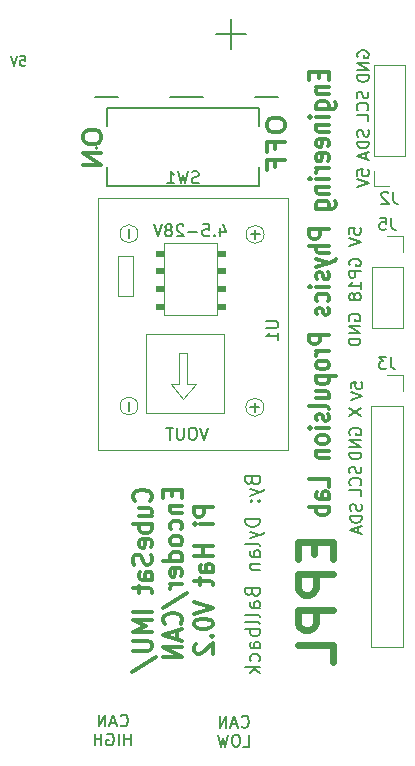
<source format=gbr>
%TF.GenerationSoftware,KiCad,Pcbnew,(6.0.5-0)*%
%TF.CreationDate,2024-03-04T13:36:44-05:00*%
%TF.ProjectId,CubeSat PCB V0.3,43756265-5361-4742-9050-43422056302e,rev?*%
%TF.SameCoordinates,Original*%
%TF.FileFunction,Legend,Bot*%
%TF.FilePolarity,Positive*%
%FSLAX46Y46*%
G04 Gerber Fmt 4.6, Leading zero omitted, Abs format (unit mm)*
G04 Created by KiCad (PCBNEW (6.0.5-0)) date 2024-03-04 13:36:44*
%MOMM*%
%LPD*%
G01*
G04 APERTURE LIST*
%ADD10C,0.150000*%
%ADD11C,0.200000*%
%ADD12C,0.300000*%
%ADD13C,0.600000*%
%ADD14C,0.120000*%
%ADD15C,0.100000*%
%ADD16C,0.127000*%
G04 APERTURE END LIST*
D10*
X86477380Y-68311904D02*
X86858333Y-68311904D01*
X86896428Y-68692857D01*
X86858333Y-68654761D01*
X86782142Y-68616666D01*
X86591666Y-68616666D01*
X86515476Y-68654761D01*
X86477380Y-68692857D01*
X86439285Y-68769047D01*
X86439285Y-68959523D01*
X86477380Y-69035714D01*
X86515476Y-69073809D01*
X86591666Y-69111904D01*
X86782142Y-69111904D01*
X86858333Y-69073809D01*
X86896428Y-69035714D01*
X86210714Y-68311904D02*
X85944047Y-69111904D01*
X85677380Y-68311904D01*
X115954761Y-74535714D02*
X116002380Y-74678571D01*
X116002380Y-74916666D01*
X115954761Y-75011904D01*
X115907142Y-75059523D01*
X115811904Y-75107142D01*
X115716666Y-75107142D01*
X115621428Y-75059523D01*
X115573809Y-75011904D01*
X115526190Y-74916666D01*
X115478571Y-74726190D01*
X115430952Y-74630952D01*
X115383333Y-74583333D01*
X115288095Y-74535714D01*
X115192857Y-74535714D01*
X115097619Y-74583333D01*
X115050000Y-74630952D01*
X115002380Y-74726190D01*
X115002380Y-74964285D01*
X115050000Y-75107142D01*
X116002380Y-75535714D02*
X115002380Y-75535714D01*
X115002380Y-75773809D01*
X115050000Y-75916666D01*
X115145238Y-76011904D01*
X115240476Y-76059523D01*
X115430952Y-76107142D01*
X115573809Y-76107142D01*
X115764285Y-76059523D01*
X115859523Y-76011904D01*
X115954761Y-75916666D01*
X116002380Y-75773809D01*
X116002380Y-75535714D01*
X115716666Y-76488095D02*
X115716666Y-76964285D01*
X116002380Y-76392857D02*
X115002380Y-76726190D01*
X116002380Y-77059523D01*
D11*
X105217857Y-125052142D02*
X105265476Y-125099761D01*
X105408333Y-125147380D01*
X105503571Y-125147380D01*
X105646428Y-125099761D01*
X105741666Y-125004523D01*
X105789285Y-124909285D01*
X105836904Y-124718809D01*
X105836904Y-124575952D01*
X105789285Y-124385476D01*
X105741666Y-124290238D01*
X105646428Y-124195000D01*
X105503571Y-124147380D01*
X105408333Y-124147380D01*
X105265476Y-124195000D01*
X105217857Y-124242619D01*
X104836904Y-124861666D02*
X104360714Y-124861666D01*
X104932142Y-125147380D02*
X104598809Y-124147380D01*
X104265476Y-125147380D01*
X103932142Y-125147380D02*
X103932142Y-124147380D01*
X103360714Y-125147380D01*
X103360714Y-124147380D01*
X105360714Y-126757380D02*
X105836904Y-126757380D01*
X105836904Y-125757380D01*
X104836904Y-125757380D02*
X104646428Y-125757380D01*
X104551190Y-125805000D01*
X104455952Y-125900238D01*
X104408333Y-126090714D01*
X104408333Y-126424047D01*
X104455952Y-126614523D01*
X104551190Y-126709761D01*
X104646428Y-126757380D01*
X104836904Y-126757380D01*
X104932142Y-126709761D01*
X105027380Y-126614523D01*
X105075000Y-126424047D01*
X105075000Y-126090714D01*
X105027380Y-125900238D01*
X104932142Y-125805000D01*
X104836904Y-125757380D01*
X104075000Y-125757380D02*
X103836904Y-126757380D01*
X103646428Y-126043095D01*
X103455952Y-126757380D01*
X103217857Y-125757380D01*
D12*
X107353571Y-73985714D02*
X107353571Y-74328571D01*
X107425000Y-74500000D01*
X107567857Y-74671428D01*
X107853571Y-74757142D01*
X108353571Y-74757142D01*
X108639285Y-74671428D01*
X108782142Y-74500000D01*
X108853571Y-74328571D01*
X108853571Y-73985714D01*
X108782142Y-73814285D01*
X108639285Y-73642857D01*
X108353571Y-73557142D01*
X107853571Y-73557142D01*
X107567857Y-73642857D01*
X107425000Y-73814285D01*
X107353571Y-73985714D01*
X108067857Y-76128571D02*
X108067857Y-75528571D01*
X108853571Y-75528571D02*
X107353571Y-75528571D01*
X107353571Y-76385714D01*
X108067857Y-77671428D02*
X108067857Y-77071428D01*
X108853571Y-77071428D02*
X107353571Y-77071428D01*
X107353571Y-77928571D01*
D10*
X115002380Y-78409523D02*
X115002380Y-77933333D01*
X115478571Y-77885714D01*
X115430952Y-77933333D01*
X115383333Y-78028571D01*
X115383333Y-78266666D01*
X115430952Y-78361904D01*
X115478571Y-78409523D01*
X115573809Y-78457142D01*
X115811904Y-78457142D01*
X115907142Y-78409523D01*
X115954761Y-78361904D01*
X116002380Y-78266666D01*
X116002380Y-78028571D01*
X115954761Y-77933333D01*
X115907142Y-77885714D01*
X115002380Y-78742857D02*
X116002380Y-79076190D01*
X115002380Y-79409523D01*
D12*
X91828571Y-74960714D02*
X91828571Y-75303571D01*
X91900000Y-75475000D01*
X92042857Y-75646428D01*
X92328571Y-75732142D01*
X92828571Y-75732142D01*
X93114285Y-75646428D01*
X93257142Y-75475000D01*
X93328571Y-75303571D01*
X93328571Y-74960714D01*
X93257142Y-74789285D01*
X93114285Y-74617857D01*
X92828571Y-74532142D01*
X92328571Y-74532142D01*
X92042857Y-74617857D01*
X91900000Y-74789285D01*
X91828571Y-74960714D01*
X93328571Y-76503571D02*
X91828571Y-76503571D01*
X93328571Y-77532142D01*
X91828571Y-77532142D01*
D10*
X114400000Y-100338095D02*
X114352380Y-100242857D01*
X114352380Y-100100000D01*
X114400000Y-99957142D01*
X114495238Y-99861904D01*
X114590476Y-99814285D01*
X114780952Y-99766666D01*
X114923809Y-99766666D01*
X115114285Y-99814285D01*
X115209523Y-99861904D01*
X115304761Y-99957142D01*
X115352380Y-100100000D01*
X115352380Y-100195238D01*
X115304761Y-100338095D01*
X115257142Y-100385714D01*
X114923809Y-100385714D01*
X114923809Y-100195238D01*
X115352380Y-100814285D02*
X114352380Y-100814285D01*
X115352380Y-101385714D01*
X114352380Y-101385714D01*
X115352380Y-101861904D02*
X114352380Y-101861904D01*
X114352380Y-102100000D01*
X114400000Y-102242857D01*
X114495238Y-102338095D01*
X114590476Y-102385714D01*
X114780952Y-102433333D01*
X114923809Y-102433333D01*
X115114285Y-102385714D01*
X115209523Y-102338095D01*
X115304761Y-102242857D01*
X115352380Y-102100000D01*
X115352380Y-101861904D01*
D11*
X106114285Y-104264285D02*
X106171428Y-104435714D01*
X106228571Y-104492857D01*
X106342857Y-104550000D01*
X106514285Y-104550000D01*
X106628571Y-104492857D01*
X106685714Y-104435714D01*
X106742857Y-104321428D01*
X106742857Y-103864285D01*
X105542857Y-103864285D01*
X105542857Y-104264285D01*
X105600000Y-104378571D01*
X105657142Y-104435714D01*
X105771428Y-104492857D01*
X105885714Y-104492857D01*
X106000000Y-104435714D01*
X106057142Y-104378571D01*
X106114285Y-104264285D01*
X106114285Y-103864285D01*
X105942857Y-104950000D02*
X106742857Y-105235714D01*
X105942857Y-105521428D02*
X106742857Y-105235714D01*
X107028571Y-105121428D01*
X107085714Y-105064285D01*
X107142857Y-104950000D01*
X106628571Y-105978571D02*
X106685714Y-106035714D01*
X106742857Y-105978571D01*
X106685714Y-105921428D01*
X106628571Y-105978571D01*
X106742857Y-105978571D01*
X106000000Y-105978571D02*
X106057142Y-106035714D01*
X106114285Y-105978571D01*
X106057142Y-105921428D01*
X106000000Y-105978571D01*
X106114285Y-105978571D01*
X106742857Y-107464285D02*
X105542857Y-107464285D01*
X105542857Y-107750000D01*
X105600000Y-107921428D01*
X105714285Y-108035714D01*
X105828571Y-108092857D01*
X106057142Y-108150000D01*
X106228571Y-108150000D01*
X106457142Y-108092857D01*
X106571428Y-108035714D01*
X106685714Y-107921428D01*
X106742857Y-107750000D01*
X106742857Y-107464285D01*
X105942857Y-108550000D02*
X106742857Y-108835714D01*
X105942857Y-109121428D02*
X106742857Y-108835714D01*
X107028571Y-108721428D01*
X107085714Y-108664285D01*
X107142857Y-108550000D01*
X106742857Y-109750000D02*
X106685714Y-109635714D01*
X106571428Y-109578571D01*
X105542857Y-109578571D01*
X106742857Y-110721428D02*
X106114285Y-110721428D01*
X106000000Y-110664285D01*
X105942857Y-110550000D01*
X105942857Y-110321428D01*
X106000000Y-110207142D01*
X106685714Y-110721428D02*
X106742857Y-110607142D01*
X106742857Y-110321428D01*
X106685714Y-110207142D01*
X106571428Y-110150000D01*
X106457142Y-110150000D01*
X106342857Y-110207142D01*
X106285714Y-110321428D01*
X106285714Y-110607142D01*
X106228571Y-110721428D01*
X105942857Y-111292857D02*
X106742857Y-111292857D01*
X106057142Y-111292857D02*
X106000000Y-111350000D01*
X105942857Y-111464285D01*
X105942857Y-111635714D01*
X106000000Y-111750000D01*
X106114285Y-111807142D01*
X106742857Y-111807142D01*
X106114285Y-113692857D02*
X106171428Y-113864285D01*
X106228571Y-113921428D01*
X106342857Y-113978571D01*
X106514285Y-113978571D01*
X106628571Y-113921428D01*
X106685714Y-113864285D01*
X106742857Y-113750000D01*
X106742857Y-113292857D01*
X105542857Y-113292857D01*
X105542857Y-113692857D01*
X105600000Y-113807142D01*
X105657142Y-113864285D01*
X105771428Y-113921428D01*
X105885714Y-113921428D01*
X106000000Y-113864285D01*
X106057142Y-113807142D01*
X106114285Y-113692857D01*
X106114285Y-113292857D01*
X106742857Y-115007142D02*
X106114285Y-115007142D01*
X106000000Y-114950000D01*
X105942857Y-114835714D01*
X105942857Y-114607142D01*
X106000000Y-114492857D01*
X106685714Y-115007142D02*
X106742857Y-114892857D01*
X106742857Y-114607142D01*
X106685714Y-114492857D01*
X106571428Y-114435714D01*
X106457142Y-114435714D01*
X106342857Y-114492857D01*
X106285714Y-114607142D01*
X106285714Y-114892857D01*
X106228571Y-115007142D01*
X106742857Y-115750000D02*
X106685714Y-115635714D01*
X106571428Y-115578571D01*
X105542857Y-115578571D01*
X106742857Y-116378571D02*
X106685714Y-116264285D01*
X106571428Y-116207142D01*
X105542857Y-116207142D01*
X106742857Y-116835714D02*
X105542857Y-116835714D01*
X106000000Y-116835714D02*
X105942857Y-116950000D01*
X105942857Y-117178571D01*
X106000000Y-117292857D01*
X106057142Y-117350000D01*
X106171428Y-117407142D01*
X106514285Y-117407142D01*
X106628571Y-117350000D01*
X106685714Y-117292857D01*
X106742857Y-117178571D01*
X106742857Y-116950000D01*
X106685714Y-116835714D01*
X106742857Y-118435714D02*
X106114285Y-118435714D01*
X106000000Y-118378571D01*
X105942857Y-118264285D01*
X105942857Y-118035714D01*
X106000000Y-117921428D01*
X106685714Y-118435714D02*
X106742857Y-118321428D01*
X106742857Y-118035714D01*
X106685714Y-117921428D01*
X106571428Y-117864285D01*
X106457142Y-117864285D01*
X106342857Y-117921428D01*
X106285714Y-118035714D01*
X106285714Y-118321428D01*
X106228571Y-118435714D01*
X106685714Y-119521428D02*
X106742857Y-119407142D01*
X106742857Y-119178571D01*
X106685714Y-119064285D01*
X106628571Y-119007142D01*
X106514285Y-118950000D01*
X106171428Y-118950000D01*
X106057142Y-119007142D01*
X106000000Y-119064285D01*
X105942857Y-119178571D01*
X105942857Y-119407142D01*
X106000000Y-119521428D01*
X106742857Y-120035714D02*
X105542857Y-120035714D01*
X106285714Y-120150000D02*
X106742857Y-120492857D01*
X105942857Y-120492857D02*
X106400000Y-120035714D01*
D10*
X114352380Y-98116666D02*
X115352380Y-98783333D01*
X114352380Y-98783333D02*
X115352380Y-98116666D01*
X114325000Y-90688095D02*
X114277380Y-90592857D01*
X114277380Y-90450000D01*
X114325000Y-90307142D01*
X114420238Y-90211904D01*
X114515476Y-90164285D01*
X114705952Y-90116666D01*
X114848809Y-90116666D01*
X115039285Y-90164285D01*
X115134523Y-90211904D01*
X115229761Y-90307142D01*
X115277380Y-90450000D01*
X115277380Y-90545238D01*
X115229761Y-90688095D01*
X115182142Y-90735714D01*
X114848809Y-90735714D01*
X114848809Y-90545238D01*
X115277380Y-91164285D02*
X114277380Y-91164285D01*
X115277380Y-91735714D01*
X114277380Y-91735714D01*
X115277380Y-92211904D02*
X114277380Y-92211904D01*
X114277380Y-92450000D01*
X114325000Y-92592857D01*
X114420238Y-92688095D01*
X114515476Y-92735714D01*
X114705952Y-92783333D01*
X114848809Y-92783333D01*
X115039285Y-92735714D01*
X115134523Y-92688095D01*
X115229761Y-92592857D01*
X115277380Y-92450000D01*
X115277380Y-92211904D01*
X115050000Y-68388095D02*
X115002380Y-68292857D01*
X115002380Y-68150000D01*
X115050000Y-68007142D01*
X115145238Y-67911904D01*
X115240476Y-67864285D01*
X115430952Y-67816666D01*
X115573809Y-67816666D01*
X115764285Y-67864285D01*
X115859523Y-67911904D01*
X115954761Y-68007142D01*
X116002380Y-68150000D01*
X116002380Y-68245238D01*
X115954761Y-68388095D01*
X115907142Y-68435714D01*
X115573809Y-68435714D01*
X115573809Y-68245238D01*
X116002380Y-68864285D02*
X115002380Y-68864285D01*
X116002380Y-69435714D01*
X115002380Y-69435714D01*
X116002380Y-69911904D02*
X115002380Y-69911904D01*
X115002380Y-70150000D01*
X115050000Y-70292857D01*
X115145238Y-70388095D01*
X115240476Y-70435714D01*
X115430952Y-70483333D01*
X115573809Y-70483333D01*
X115764285Y-70435714D01*
X115859523Y-70388095D01*
X115954761Y-70292857D01*
X116002380Y-70150000D01*
X116002380Y-69911904D01*
D12*
X97470428Y-105935714D02*
X97546619Y-105864285D01*
X97622809Y-105650000D01*
X97622809Y-105507142D01*
X97546619Y-105292857D01*
X97394238Y-105150000D01*
X97241857Y-105078571D01*
X96937095Y-105007142D01*
X96708523Y-105007142D01*
X96403761Y-105078571D01*
X96251380Y-105150000D01*
X96099000Y-105292857D01*
X96022809Y-105507142D01*
X96022809Y-105650000D01*
X96099000Y-105864285D01*
X96175190Y-105935714D01*
X96556142Y-107221428D02*
X97622809Y-107221428D01*
X96556142Y-106578571D02*
X97394238Y-106578571D01*
X97546619Y-106650000D01*
X97622809Y-106792857D01*
X97622809Y-107007142D01*
X97546619Y-107150000D01*
X97470428Y-107221428D01*
X97622809Y-107935714D02*
X96022809Y-107935714D01*
X96632333Y-107935714D02*
X96556142Y-108078571D01*
X96556142Y-108364285D01*
X96632333Y-108507142D01*
X96708523Y-108578571D01*
X96860904Y-108650000D01*
X97318047Y-108650000D01*
X97470428Y-108578571D01*
X97546619Y-108507142D01*
X97622809Y-108364285D01*
X97622809Y-108078571D01*
X97546619Y-107935714D01*
X97546619Y-109864285D02*
X97622809Y-109721428D01*
X97622809Y-109435714D01*
X97546619Y-109292857D01*
X97394238Y-109221428D01*
X96784714Y-109221428D01*
X96632333Y-109292857D01*
X96556142Y-109435714D01*
X96556142Y-109721428D01*
X96632333Y-109864285D01*
X96784714Y-109935714D01*
X96937095Y-109935714D01*
X97089476Y-109221428D01*
X97546619Y-110507142D02*
X97622809Y-110721428D01*
X97622809Y-111078571D01*
X97546619Y-111221428D01*
X97470428Y-111292857D01*
X97318047Y-111364285D01*
X97165666Y-111364285D01*
X97013285Y-111292857D01*
X96937095Y-111221428D01*
X96860904Y-111078571D01*
X96784714Y-110792857D01*
X96708523Y-110650000D01*
X96632333Y-110578571D01*
X96479952Y-110507142D01*
X96327571Y-110507142D01*
X96175190Y-110578571D01*
X96099000Y-110650000D01*
X96022809Y-110792857D01*
X96022809Y-111150000D01*
X96099000Y-111364285D01*
X97622809Y-112650000D02*
X96784714Y-112650000D01*
X96632333Y-112578571D01*
X96556142Y-112435714D01*
X96556142Y-112150000D01*
X96632333Y-112007142D01*
X97546619Y-112650000D02*
X97622809Y-112507142D01*
X97622809Y-112150000D01*
X97546619Y-112007142D01*
X97394238Y-111935714D01*
X97241857Y-111935714D01*
X97089476Y-112007142D01*
X97013285Y-112150000D01*
X97013285Y-112507142D01*
X96937095Y-112650000D01*
X96556142Y-113150000D02*
X96556142Y-113721428D01*
X96022809Y-113364285D02*
X97394238Y-113364285D01*
X97546619Y-113435714D01*
X97622809Y-113578571D01*
X97622809Y-113721428D01*
X97622809Y-115364285D02*
X96022809Y-115364285D01*
X97622809Y-116078571D02*
X96022809Y-116078571D01*
X97165666Y-116578571D01*
X96022809Y-117078571D01*
X97622809Y-117078571D01*
X96022809Y-117792857D02*
X97318047Y-117792857D01*
X97470428Y-117864285D01*
X97546619Y-117935714D01*
X97622809Y-118078571D01*
X97622809Y-118364285D01*
X97546619Y-118507142D01*
X97470428Y-118578571D01*
X97318047Y-118650000D01*
X96022809Y-118650000D01*
X95946619Y-120435714D02*
X98003761Y-119150000D01*
X99360714Y-105007142D02*
X99360714Y-105507142D01*
X100198809Y-105721428D02*
X100198809Y-105007142D01*
X98598809Y-105007142D01*
X98598809Y-105721428D01*
X99132142Y-106364285D02*
X100198809Y-106364285D01*
X99284523Y-106364285D02*
X99208333Y-106435714D01*
X99132142Y-106578571D01*
X99132142Y-106792857D01*
X99208333Y-106935714D01*
X99360714Y-107007142D01*
X100198809Y-107007142D01*
X100122619Y-108364285D02*
X100198809Y-108221428D01*
X100198809Y-107935714D01*
X100122619Y-107792857D01*
X100046428Y-107721428D01*
X99894047Y-107650000D01*
X99436904Y-107650000D01*
X99284523Y-107721428D01*
X99208333Y-107792857D01*
X99132142Y-107935714D01*
X99132142Y-108221428D01*
X99208333Y-108364285D01*
X100198809Y-109221428D02*
X100122619Y-109078571D01*
X100046428Y-109007142D01*
X99894047Y-108935714D01*
X99436904Y-108935714D01*
X99284523Y-109007142D01*
X99208333Y-109078571D01*
X99132142Y-109221428D01*
X99132142Y-109435714D01*
X99208333Y-109578571D01*
X99284523Y-109650000D01*
X99436904Y-109721428D01*
X99894047Y-109721428D01*
X100046428Y-109650000D01*
X100122619Y-109578571D01*
X100198809Y-109435714D01*
X100198809Y-109221428D01*
X100198809Y-111007142D02*
X98598809Y-111007142D01*
X100122619Y-111007142D02*
X100198809Y-110864285D01*
X100198809Y-110578571D01*
X100122619Y-110435714D01*
X100046428Y-110364285D01*
X99894047Y-110292857D01*
X99436904Y-110292857D01*
X99284523Y-110364285D01*
X99208333Y-110435714D01*
X99132142Y-110578571D01*
X99132142Y-110864285D01*
X99208333Y-111007142D01*
X100122619Y-112292857D02*
X100198809Y-112150000D01*
X100198809Y-111864285D01*
X100122619Y-111721428D01*
X99970238Y-111650000D01*
X99360714Y-111650000D01*
X99208333Y-111721428D01*
X99132142Y-111864285D01*
X99132142Y-112150000D01*
X99208333Y-112292857D01*
X99360714Y-112364285D01*
X99513095Y-112364285D01*
X99665476Y-111650000D01*
X100198809Y-113007142D02*
X99132142Y-113007142D01*
X99436904Y-113007142D02*
X99284523Y-113078571D01*
X99208333Y-113150000D01*
X99132142Y-113292857D01*
X99132142Y-113435714D01*
X98522619Y-115007142D02*
X100579761Y-113721428D01*
X100046428Y-116364285D02*
X100122619Y-116292857D01*
X100198809Y-116078571D01*
X100198809Y-115935714D01*
X100122619Y-115721428D01*
X99970238Y-115578571D01*
X99817857Y-115507142D01*
X99513095Y-115435714D01*
X99284523Y-115435714D01*
X98979761Y-115507142D01*
X98827380Y-115578571D01*
X98675000Y-115721428D01*
X98598809Y-115935714D01*
X98598809Y-116078571D01*
X98675000Y-116292857D01*
X98751190Y-116364285D01*
X99741666Y-116935714D02*
X99741666Y-117650000D01*
X100198809Y-116792857D02*
X98598809Y-117292857D01*
X100198809Y-117792857D01*
X100198809Y-118292857D02*
X98598809Y-118292857D01*
X100198809Y-119150000D01*
X98598809Y-119150000D01*
X102774809Y-106435714D02*
X101174809Y-106435714D01*
X101174809Y-107007142D01*
X101251000Y-107150000D01*
X101327190Y-107221428D01*
X101479571Y-107292857D01*
X101708142Y-107292857D01*
X101860523Y-107221428D01*
X101936714Y-107150000D01*
X102012904Y-107007142D01*
X102012904Y-106435714D01*
X102774809Y-107935714D02*
X101708142Y-107935714D01*
X101174809Y-107935714D02*
X101251000Y-107864285D01*
X101327190Y-107935714D01*
X101251000Y-108007142D01*
X101174809Y-107935714D01*
X101327190Y-107935714D01*
X102774809Y-109792857D02*
X101174809Y-109792857D01*
X101936714Y-109792857D02*
X101936714Y-110650000D01*
X102774809Y-110650000D02*
X101174809Y-110650000D01*
X102774809Y-112007142D02*
X101936714Y-112007142D01*
X101784333Y-111935714D01*
X101708142Y-111792857D01*
X101708142Y-111507142D01*
X101784333Y-111364285D01*
X102698619Y-112007142D02*
X102774809Y-111864285D01*
X102774809Y-111507142D01*
X102698619Y-111364285D01*
X102546238Y-111292857D01*
X102393857Y-111292857D01*
X102241476Y-111364285D01*
X102165285Y-111507142D01*
X102165285Y-111864285D01*
X102089095Y-112007142D01*
X101708142Y-112507142D02*
X101708142Y-113078571D01*
X101174809Y-112721428D02*
X102546238Y-112721428D01*
X102698619Y-112792857D01*
X102774809Y-112935714D01*
X102774809Y-113078571D01*
X101174809Y-114507142D02*
X102774809Y-115007142D01*
X101174809Y-115507142D01*
X101174809Y-116292857D02*
X101174809Y-116435714D01*
X101251000Y-116578571D01*
X101327190Y-116650000D01*
X101479571Y-116721428D01*
X101784333Y-116792857D01*
X102165285Y-116792857D01*
X102470047Y-116721428D01*
X102622428Y-116650000D01*
X102698619Y-116578571D01*
X102774809Y-116435714D01*
X102774809Y-116292857D01*
X102698619Y-116150000D01*
X102622428Y-116078571D01*
X102470047Y-116007142D01*
X102165285Y-115935714D01*
X101784333Y-115935714D01*
X101479571Y-116007142D01*
X101327190Y-116078571D01*
X101251000Y-116150000D01*
X101174809Y-116292857D01*
X102622428Y-117435714D02*
X102698619Y-117507142D01*
X102774809Y-117435714D01*
X102698619Y-117364285D01*
X102622428Y-117435714D01*
X102774809Y-117435714D01*
X101327190Y-118078571D02*
X101251000Y-118150000D01*
X101174809Y-118292857D01*
X101174809Y-118650000D01*
X101251000Y-118792857D01*
X101327190Y-118864285D01*
X101479571Y-118935714D01*
X101631952Y-118935714D01*
X101860523Y-118864285D01*
X102774809Y-118007142D01*
X102774809Y-118935714D01*
D10*
X114375000Y-86009523D02*
X114327380Y-85914285D01*
X114327380Y-85771428D01*
X114375000Y-85628571D01*
X114470238Y-85533333D01*
X114565476Y-85485714D01*
X114755952Y-85438095D01*
X114898809Y-85438095D01*
X115089285Y-85485714D01*
X115184523Y-85533333D01*
X115279761Y-85628571D01*
X115327380Y-85771428D01*
X115327380Y-85866666D01*
X115279761Y-86009523D01*
X115232142Y-86057142D01*
X114898809Y-86057142D01*
X114898809Y-85866666D01*
X115327380Y-86485714D02*
X114327380Y-86485714D01*
X114327380Y-86866666D01*
X114375000Y-86961904D01*
X114422619Y-87009523D01*
X114517857Y-87057142D01*
X114660714Y-87057142D01*
X114755952Y-87009523D01*
X114803571Y-86961904D01*
X114851190Y-86866666D01*
X114851190Y-86485714D01*
X115327380Y-88009523D02*
X115327380Y-87438095D01*
X115327380Y-87723809D02*
X114327380Y-87723809D01*
X114470238Y-87628571D01*
X114565476Y-87533333D01*
X114613095Y-87438095D01*
X114755952Y-88580952D02*
X114708333Y-88485714D01*
X114660714Y-88438095D01*
X114565476Y-88390476D01*
X114517857Y-88390476D01*
X114422619Y-88438095D01*
X114375000Y-88485714D01*
X114327380Y-88580952D01*
X114327380Y-88771428D01*
X114375000Y-88866666D01*
X114422619Y-88914285D01*
X114517857Y-88961904D01*
X114565476Y-88961904D01*
X114660714Y-88914285D01*
X114708333Y-88866666D01*
X114755952Y-88771428D01*
X114755952Y-88580952D01*
X114803571Y-88485714D01*
X114851190Y-88438095D01*
X114946428Y-88390476D01*
X115136904Y-88390476D01*
X115232142Y-88438095D01*
X115279761Y-88485714D01*
X115327380Y-88580952D01*
X115327380Y-88771428D01*
X115279761Y-88866666D01*
X115232142Y-88914285D01*
X115136904Y-88961904D01*
X114946428Y-88961904D01*
X114851190Y-88914285D01*
X114803571Y-88866666D01*
X114755952Y-88771428D01*
D11*
X94967857Y-124952142D02*
X95015476Y-124999761D01*
X95158333Y-125047380D01*
X95253571Y-125047380D01*
X95396428Y-124999761D01*
X95491666Y-124904523D01*
X95539285Y-124809285D01*
X95586904Y-124618809D01*
X95586904Y-124475952D01*
X95539285Y-124285476D01*
X95491666Y-124190238D01*
X95396428Y-124095000D01*
X95253571Y-124047380D01*
X95158333Y-124047380D01*
X95015476Y-124095000D01*
X94967857Y-124142619D01*
X94586904Y-124761666D02*
X94110714Y-124761666D01*
X94682142Y-125047380D02*
X94348809Y-124047380D01*
X94015476Y-125047380D01*
X93682142Y-125047380D02*
X93682142Y-124047380D01*
X93110714Y-125047380D01*
X93110714Y-124047380D01*
X95872619Y-126657380D02*
X95872619Y-125657380D01*
X95872619Y-126133571D02*
X95301190Y-126133571D01*
X95301190Y-126657380D02*
X95301190Y-125657380D01*
X94825000Y-126657380D02*
X94825000Y-125657380D01*
X93825000Y-125705000D02*
X93920238Y-125657380D01*
X94063095Y-125657380D01*
X94205952Y-125705000D01*
X94301190Y-125800238D01*
X94348809Y-125895476D01*
X94396428Y-126085952D01*
X94396428Y-126228809D01*
X94348809Y-126419285D01*
X94301190Y-126514523D01*
X94205952Y-126609761D01*
X94063095Y-126657380D01*
X93967857Y-126657380D01*
X93825000Y-126609761D01*
X93777380Y-126562142D01*
X93777380Y-126228809D01*
X93967857Y-126228809D01*
X93348809Y-126657380D02*
X93348809Y-125657380D01*
X93348809Y-126133571D02*
X92777380Y-126133571D01*
X92777380Y-126657380D02*
X92777380Y-125657380D01*
D10*
X115304761Y-103059523D02*
X115352380Y-103202380D01*
X115352380Y-103440476D01*
X115304761Y-103535714D01*
X115257142Y-103583333D01*
X115161904Y-103630952D01*
X115066666Y-103630952D01*
X114971428Y-103583333D01*
X114923809Y-103535714D01*
X114876190Y-103440476D01*
X114828571Y-103250000D01*
X114780952Y-103154761D01*
X114733333Y-103107142D01*
X114638095Y-103059523D01*
X114542857Y-103059523D01*
X114447619Y-103107142D01*
X114400000Y-103154761D01*
X114352380Y-103250000D01*
X114352380Y-103488095D01*
X114400000Y-103630952D01*
X115257142Y-104630952D02*
X115304761Y-104583333D01*
X115352380Y-104440476D01*
X115352380Y-104345238D01*
X115304761Y-104202380D01*
X115209523Y-104107142D01*
X115114285Y-104059523D01*
X114923809Y-104011904D01*
X114780952Y-104011904D01*
X114590476Y-104059523D01*
X114495238Y-104107142D01*
X114400000Y-104202380D01*
X114352380Y-104345238D01*
X114352380Y-104440476D01*
X114400000Y-104583333D01*
X114447619Y-104630952D01*
X115352380Y-105535714D02*
X115352380Y-105059523D01*
X114352380Y-105059523D01*
X115354761Y-106235714D02*
X115402380Y-106378571D01*
X115402380Y-106616666D01*
X115354761Y-106711904D01*
X115307142Y-106759523D01*
X115211904Y-106807142D01*
X115116666Y-106807142D01*
X115021428Y-106759523D01*
X114973809Y-106711904D01*
X114926190Y-106616666D01*
X114878571Y-106426190D01*
X114830952Y-106330952D01*
X114783333Y-106283333D01*
X114688095Y-106235714D01*
X114592857Y-106235714D01*
X114497619Y-106283333D01*
X114450000Y-106330952D01*
X114402380Y-106426190D01*
X114402380Y-106664285D01*
X114450000Y-106807142D01*
X115402380Y-107235714D02*
X114402380Y-107235714D01*
X114402380Y-107473809D01*
X114450000Y-107616666D01*
X114545238Y-107711904D01*
X114640476Y-107759523D01*
X114830952Y-107807142D01*
X114973809Y-107807142D01*
X115164285Y-107759523D01*
X115259523Y-107711904D01*
X115354761Y-107616666D01*
X115402380Y-107473809D01*
X115402380Y-107235714D01*
X115116666Y-108188095D02*
X115116666Y-108664285D01*
X115402380Y-108092857D02*
X114402380Y-108426190D01*
X115402380Y-108759523D01*
X114327380Y-83359523D02*
X114327380Y-82883333D01*
X114803571Y-82835714D01*
X114755952Y-82883333D01*
X114708333Y-82978571D01*
X114708333Y-83216666D01*
X114755952Y-83311904D01*
X114803571Y-83359523D01*
X114898809Y-83407142D01*
X115136904Y-83407142D01*
X115232142Y-83359523D01*
X115279761Y-83311904D01*
X115327380Y-83216666D01*
X115327380Y-82978571D01*
X115279761Y-82883333D01*
X115232142Y-82835714D01*
X114327380Y-83692857D02*
X115327380Y-84026190D01*
X114327380Y-84359523D01*
D12*
X111753571Y-69675000D02*
X111753571Y-70141666D01*
X112644047Y-70341666D02*
X112644047Y-69675000D01*
X110944047Y-69675000D01*
X110944047Y-70341666D01*
X111510714Y-70941666D02*
X112644047Y-70941666D01*
X111672619Y-70941666D02*
X111591666Y-71008333D01*
X111510714Y-71141666D01*
X111510714Y-71341666D01*
X111591666Y-71475000D01*
X111753571Y-71541666D01*
X112644047Y-71541666D01*
X111510714Y-72808333D02*
X112886904Y-72808333D01*
X113048809Y-72741666D01*
X113129761Y-72675000D01*
X113210714Y-72541666D01*
X113210714Y-72341666D01*
X113129761Y-72208333D01*
X112563095Y-72808333D02*
X112644047Y-72675000D01*
X112644047Y-72408333D01*
X112563095Y-72275000D01*
X112482142Y-72208333D01*
X112320238Y-72141666D01*
X111834523Y-72141666D01*
X111672619Y-72208333D01*
X111591666Y-72275000D01*
X111510714Y-72408333D01*
X111510714Y-72675000D01*
X111591666Y-72808333D01*
X112644047Y-73475000D02*
X111510714Y-73475000D01*
X110944047Y-73475000D02*
X111025000Y-73408333D01*
X111105952Y-73475000D01*
X111025000Y-73541666D01*
X110944047Y-73475000D01*
X111105952Y-73475000D01*
X111510714Y-74141666D02*
X112644047Y-74141666D01*
X111672619Y-74141666D02*
X111591666Y-74208333D01*
X111510714Y-74341666D01*
X111510714Y-74541666D01*
X111591666Y-74675000D01*
X111753571Y-74741666D01*
X112644047Y-74741666D01*
X112563095Y-75941666D02*
X112644047Y-75808333D01*
X112644047Y-75541666D01*
X112563095Y-75408333D01*
X112401190Y-75341666D01*
X111753571Y-75341666D01*
X111591666Y-75408333D01*
X111510714Y-75541666D01*
X111510714Y-75808333D01*
X111591666Y-75941666D01*
X111753571Y-76008333D01*
X111915476Y-76008333D01*
X112077380Y-75341666D01*
X112563095Y-77141666D02*
X112644047Y-77008333D01*
X112644047Y-76741666D01*
X112563095Y-76608333D01*
X112401190Y-76541666D01*
X111753571Y-76541666D01*
X111591666Y-76608333D01*
X111510714Y-76741666D01*
X111510714Y-77008333D01*
X111591666Y-77141666D01*
X111753571Y-77208333D01*
X111915476Y-77208333D01*
X112077380Y-76541666D01*
X112644047Y-77808333D02*
X111510714Y-77808333D01*
X111834523Y-77808333D02*
X111672619Y-77875000D01*
X111591666Y-77941666D01*
X111510714Y-78075000D01*
X111510714Y-78208333D01*
X112644047Y-78675000D02*
X111510714Y-78675000D01*
X110944047Y-78675000D02*
X111025000Y-78608333D01*
X111105952Y-78675000D01*
X111025000Y-78741666D01*
X110944047Y-78675000D01*
X111105952Y-78675000D01*
X111510714Y-79341666D02*
X112644047Y-79341666D01*
X111672619Y-79341666D02*
X111591666Y-79408333D01*
X111510714Y-79541666D01*
X111510714Y-79741666D01*
X111591666Y-79875000D01*
X111753571Y-79941666D01*
X112644047Y-79941666D01*
X111510714Y-81208333D02*
X112886904Y-81208333D01*
X113048809Y-81141666D01*
X113129761Y-81075000D01*
X113210714Y-80941666D01*
X113210714Y-80741666D01*
X113129761Y-80608333D01*
X112563095Y-81208333D02*
X112644047Y-81075000D01*
X112644047Y-80808333D01*
X112563095Y-80675000D01*
X112482142Y-80608333D01*
X112320238Y-80541666D01*
X111834523Y-80541666D01*
X111672619Y-80608333D01*
X111591666Y-80675000D01*
X111510714Y-80808333D01*
X111510714Y-81075000D01*
X111591666Y-81208333D01*
X112644047Y-82941666D02*
X110944047Y-82941666D01*
X110944047Y-83475000D01*
X111025000Y-83608333D01*
X111105952Y-83675000D01*
X111267857Y-83741666D01*
X111510714Y-83741666D01*
X111672619Y-83675000D01*
X111753571Y-83608333D01*
X111834523Y-83475000D01*
X111834523Y-82941666D01*
X112644047Y-84341666D02*
X110944047Y-84341666D01*
X112644047Y-84941666D02*
X111753571Y-84941666D01*
X111591666Y-84875000D01*
X111510714Y-84741666D01*
X111510714Y-84541666D01*
X111591666Y-84408333D01*
X111672619Y-84341666D01*
X111510714Y-85475000D02*
X112644047Y-85808333D01*
X111510714Y-86141666D02*
X112644047Y-85808333D01*
X113048809Y-85675000D01*
X113129761Y-85608333D01*
X113210714Y-85475000D01*
X112563095Y-86608333D02*
X112644047Y-86741666D01*
X112644047Y-87008333D01*
X112563095Y-87141666D01*
X112401190Y-87208333D01*
X112320238Y-87208333D01*
X112158333Y-87141666D01*
X112077380Y-87008333D01*
X112077380Y-86808333D01*
X111996428Y-86675000D01*
X111834523Y-86608333D01*
X111753571Y-86608333D01*
X111591666Y-86675000D01*
X111510714Y-86808333D01*
X111510714Y-87008333D01*
X111591666Y-87141666D01*
X112644047Y-87808333D02*
X111510714Y-87808333D01*
X110944047Y-87808333D02*
X111025000Y-87741666D01*
X111105952Y-87808333D01*
X111025000Y-87875000D01*
X110944047Y-87808333D01*
X111105952Y-87808333D01*
X112563095Y-89075000D02*
X112644047Y-88941666D01*
X112644047Y-88675000D01*
X112563095Y-88541666D01*
X112482142Y-88475000D01*
X112320238Y-88408333D01*
X111834523Y-88408333D01*
X111672619Y-88475000D01*
X111591666Y-88541666D01*
X111510714Y-88675000D01*
X111510714Y-88941666D01*
X111591666Y-89075000D01*
X112563095Y-89608333D02*
X112644047Y-89741666D01*
X112644047Y-90008333D01*
X112563095Y-90141666D01*
X112401190Y-90208333D01*
X112320238Y-90208333D01*
X112158333Y-90141666D01*
X112077380Y-90008333D01*
X112077380Y-89808333D01*
X111996428Y-89675000D01*
X111834523Y-89608333D01*
X111753571Y-89608333D01*
X111591666Y-89675000D01*
X111510714Y-89808333D01*
X111510714Y-90008333D01*
X111591666Y-90141666D01*
X112644047Y-91875000D02*
X110944047Y-91875000D01*
X110944047Y-92408333D01*
X111025000Y-92541666D01*
X111105952Y-92608333D01*
X111267857Y-92675000D01*
X111510714Y-92675000D01*
X111672619Y-92608333D01*
X111753571Y-92541666D01*
X111834523Y-92408333D01*
X111834523Y-91875000D01*
X112644047Y-93275000D02*
X111510714Y-93275000D01*
X111834523Y-93275000D02*
X111672619Y-93341666D01*
X111591666Y-93408333D01*
X111510714Y-93541666D01*
X111510714Y-93675000D01*
X112644047Y-94341666D02*
X112563095Y-94208333D01*
X112482142Y-94141666D01*
X112320238Y-94075000D01*
X111834523Y-94075000D01*
X111672619Y-94141666D01*
X111591666Y-94208333D01*
X111510714Y-94341666D01*
X111510714Y-94541666D01*
X111591666Y-94675000D01*
X111672619Y-94741666D01*
X111834523Y-94808333D01*
X112320238Y-94808333D01*
X112482142Y-94741666D01*
X112563095Y-94675000D01*
X112644047Y-94541666D01*
X112644047Y-94341666D01*
X111510714Y-95408333D02*
X113210714Y-95408333D01*
X111591666Y-95408333D02*
X111510714Y-95541666D01*
X111510714Y-95808333D01*
X111591666Y-95941666D01*
X111672619Y-96008333D01*
X111834523Y-96075000D01*
X112320238Y-96075000D01*
X112482142Y-96008333D01*
X112563095Y-95941666D01*
X112644047Y-95808333D01*
X112644047Y-95541666D01*
X112563095Y-95408333D01*
X111510714Y-97275000D02*
X112644047Y-97275000D01*
X111510714Y-96675000D02*
X112401190Y-96675000D01*
X112563095Y-96741666D01*
X112644047Y-96875000D01*
X112644047Y-97075000D01*
X112563095Y-97208333D01*
X112482142Y-97275000D01*
X112644047Y-98141666D02*
X112563095Y-98008333D01*
X112401190Y-97941666D01*
X110944047Y-97941666D01*
X112563095Y-98608333D02*
X112644047Y-98741666D01*
X112644047Y-99008333D01*
X112563095Y-99141666D01*
X112401190Y-99208333D01*
X112320238Y-99208333D01*
X112158333Y-99141666D01*
X112077380Y-99008333D01*
X112077380Y-98808333D01*
X111996428Y-98675000D01*
X111834523Y-98608333D01*
X111753571Y-98608333D01*
X111591666Y-98675000D01*
X111510714Y-98808333D01*
X111510714Y-99008333D01*
X111591666Y-99141666D01*
X112644047Y-99808333D02*
X111510714Y-99808333D01*
X110944047Y-99808333D02*
X111025000Y-99741666D01*
X111105952Y-99808333D01*
X111025000Y-99875000D01*
X110944047Y-99808333D01*
X111105952Y-99808333D01*
X112644047Y-100675000D02*
X112563095Y-100541666D01*
X112482142Y-100475000D01*
X112320238Y-100408333D01*
X111834523Y-100408333D01*
X111672619Y-100475000D01*
X111591666Y-100541666D01*
X111510714Y-100675000D01*
X111510714Y-100875000D01*
X111591666Y-101008333D01*
X111672619Y-101075000D01*
X111834523Y-101141666D01*
X112320238Y-101141666D01*
X112482142Y-101075000D01*
X112563095Y-101008333D01*
X112644047Y-100875000D01*
X112644047Y-100675000D01*
X111510714Y-101741666D02*
X112644047Y-101741666D01*
X111672619Y-101741666D02*
X111591666Y-101808333D01*
X111510714Y-101941666D01*
X111510714Y-102141666D01*
X111591666Y-102275000D01*
X111753571Y-102341666D01*
X112644047Y-102341666D01*
X112644047Y-104741666D02*
X112644047Y-104075000D01*
X110944047Y-104075000D01*
X112644047Y-105808333D02*
X111753571Y-105808333D01*
X111591666Y-105741666D01*
X111510714Y-105608333D01*
X111510714Y-105341666D01*
X111591666Y-105208333D01*
X112563095Y-105808333D02*
X112644047Y-105675000D01*
X112644047Y-105341666D01*
X112563095Y-105208333D01*
X112401190Y-105141666D01*
X112239285Y-105141666D01*
X112077380Y-105208333D01*
X111996428Y-105341666D01*
X111996428Y-105675000D01*
X111915476Y-105808333D01*
X112644047Y-106475000D02*
X110944047Y-106475000D01*
X111591666Y-106475000D02*
X111510714Y-106608333D01*
X111510714Y-106875000D01*
X111591666Y-107008333D01*
X111672619Y-107075000D01*
X111834523Y-107141666D01*
X112320238Y-107141666D01*
X112482142Y-107075000D01*
X112563095Y-107008333D01*
X112644047Y-106875000D01*
X112644047Y-106608333D01*
X112563095Y-106475000D01*
D10*
X114452380Y-96409523D02*
X114452380Y-95933333D01*
X114928571Y-95885714D01*
X114880952Y-95933333D01*
X114833333Y-96028571D01*
X114833333Y-96266666D01*
X114880952Y-96361904D01*
X114928571Y-96409523D01*
X115023809Y-96457142D01*
X115261904Y-96457142D01*
X115357142Y-96409523D01*
X115404761Y-96361904D01*
X115452380Y-96266666D01*
X115452380Y-96028571D01*
X115404761Y-95933333D01*
X115357142Y-95885714D01*
X114452380Y-96742857D02*
X115452380Y-97076190D01*
X114452380Y-97409523D01*
X115904761Y-71309523D02*
X115952380Y-71452380D01*
X115952380Y-71690476D01*
X115904761Y-71785714D01*
X115857142Y-71833333D01*
X115761904Y-71880952D01*
X115666666Y-71880952D01*
X115571428Y-71833333D01*
X115523809Y-71785714D01*
X115476190Y-71690476D01*
X115428571Y-71500000D01*
X115380952Y-71404761D01*
X115333333Y-71357142D01*
X115238095Y-71309523D01*
X115142857Y-71309523D01*
X115047619Y-71357142D01*
X115000000Y-71404761D01*
X114952380Y-71500000D01*
X114952380Y-71738095D01*
X115000000Y-71880952D01*
X115857142Y-72880952D02*
X115904761Y-72833333D01*
X115952380Y-72690476D01*
X115952380Y-72595238D01*
X115904761Y-72452380D01*
X115809523Y-72357142D01*
X115714285Y-72309523D01*
X115523809Y-72261904D01*
X115380952Y-72261904D01*
X115190476Y-72309523D01*
X115095238Y-72357142D01*
X115000000Y-72452380D01*
X114952380Y-72595238D01*
X114952380Y-72690476D01*
X115000000Y-72833333D01*
X115047619Y-72880952D01*
X115952380Y-73785714D02*
X115952380Y-73309523D01*
X114952380Y-73309523D01*
D13*
X111385714Y-109467857D02*
X111385714Y-110467857D01*
X112957142Y-110896428D02*
X112957142Y-109467857D01*
X109957142Y-109467857D01*
X109957142Y-110896428D01*
X112957142Y-112182142D02*
X109957142Y-112182142D01*
X109957142Y-113325000D01*
X110100000Y-113610714D01*
X110242857Y-113753571D01*
X110528571Y-113896428D01*
X110957142Y-113896428D01*
X111242857Y-113753571D01*
X111385714Y-113610714D01*
X111528571Y-113325000D01*
X111528571Y-112182142D01*
X112957142Y-115182142D02*
X109957142Y-115182142D01*
X109957142Y-116325000D01*
X110100000Y-116610714D01*
X110242857Y-116753571D01*
X110528571Y-116896428D01*
X110957142Y-116896428D01*
X111242857Y-116753571D01*
X111385714Y-116610714D01*
X111528571Y-116325000D01*
X111528571Y-115182142D01*
X112957142Y-119610714D02*
X112957142Y-118182142D01*
X109957142Y-118182142D01*
D10*
%TO.C,U1*%
X107317580Y-90738095D02*
X108127104Y-90738095D01*
X108222342Y-90785714D01*
X108269961Y-90833333D01*
X108317580Y-90928571D01*
X108317580Y-91119047D01*
X108269961Y-91214285D01*
X108222342Y-91261904D01*
X108127104Y-91309523D01*
X107317580Y-91309523D01*
X108317580Y-92309523D02*
X108317580Y-91738095D01*
X108317580Y-92023809D02*
X107317580Y-92023809D01*
X107460438Y-91928571D01*
X107555676Y-91833333D01*
X107603295Y-91738095D01*
X102362704Y-99766180D02*
X102029371Y-100766180D01*
X101696038Y-99766180D01*
X101172228Y-99766180D02*
X100981752Y-99766180D01*
X100886514Y-99813800D01*
X100791276Y-99909038D01*
X100743657Y-100099514D01*
X100743657Y-100432847D01*
X100791276Y-100623323D01*
X100886514Y-100718561D01*
X100981752Y-100766180D01*
X101172228Y-100766180D01*
X101267466Y-100718561D01*
X101362704Y-100623323D01*
X101410323Y-100432847D01*
X101410323Y-100099514D01*
X101362704Y-99909038D01*
X101267466Y-99813800D01*
X101172228Y-99766180D01*
X100315085Y-99766180D02*
X100315085Y-100575704D01*
X100267466Y-100670942D01*
X100219847Y-100718561D01*
X100124609Y-100766180D01*
X99934133Y-100766180D01*
X99838895Y-100718561D01*
X99791276Y-100670942D01*
X99743657Y-100575704D01*
X99743657Y-99766180D01*
X99410323Y-99766180D02*
X98838895Y-99766180D01*
X99124609Y-100766180D02*
X99124609Y-99766180D01*
X95693828Y-82965647D02*
X95693828Y-83727552D01*
X95693828Y-97545247D02*
X95693828Y-98307152D01*
X103423809Y-82885714D02*
X103423809Y-83552380D01*
X103661904Y-82504761D02*
X103900000Y-83219047D01*
X103280952Y-83219047D01*
X102900000Y-83457142D02*
X102852380Y-83504761D01*
X102900000Y-83552380D01*
X102947619Y-83504761D01*
X102900000Y-83457142D01*
X102900000Y-83552380D01*
X101947619Y-82552380D02*
X102423809Y-82552380D01*
X102471428Y-83028571D01*
X102423809Y-82980952D01*
X102328571Y-82933333D01*
X102090476Y-82933333D01*
X101995238Y-82980952D01*
X101947619Y-83028571D01*
X101900000Y-83123809D01*
X101900000Y-83361904D01*
X101947619Y-83457142D01*
X101995238Y-83504761D01*
X102090476Y-83552380D01*
X102328571Y-83552380D01*
X102423809Y-83504761D01*
X102471428Y-83457142D01*
X101471428Y-83171428D02*
X100709523Y-83171428D01*
X100280952Y-82647619D02*
X100233333Y-82600000D01*
X100138095Y-82552380D01*
X99900000Y-82552380D01*
X99804761Y-82600000D01*
X99757142Y-82647619D01*
X99709523Y-82742857D01*
X99709523Y-82838095D01*
X99757142Y-82980952D01*
X100328571Y-83552380D01*
X99709523Y-83552380D01*
X99138095Y-82980952D02*
X99233333Y-82933333D01*
X99280952Y-82885714D01*
X99328571Y-82790476D01*
X99328571Y-82742857D01*
X99280952Y-82647619D01*
X99233333Y-82600000D01*
X99138095Y-82552380D01*
X98947619Y-82552380D01*
X98852380Y-82600000D01*
X98804761Y-82647619D01*
X98757142Y-82742857D01*
X98757142Y-82790476D01*
X98804761Y-82885714D01*
X98852380Y-82933333D01*
X98947619Y-82980952D01*
X99138095Y-82980952D01*
X99233333Y-83028571D01*
X99280952Y-83076190D01*
X99328571Y-83171428D01*
X99328571Y-83361904D01*
X99280952Y-83457142D01*
X99233333Y-83504761D01*
X99138095Y-83552380D01*
X98947619Y-83552380D01*
X98852380Y-83504761D01*
X98804761Y-83457142D01*
X98757142Y-83361904D01*
X98757142Y-83171428D01*
X98804761Y-83076190D01*
X98852380Y-83028571D01*
X98947619Y-82980952D01*
X98471428Y-82552380D02*
X98138095Y-83552380D01*
X97804761Y-82552380D01*
X106374528Y-83016447D02*
X106374528Y-83778352D01*
X106755480Y-83397400D02*
X105993576Y-83397400D01*
X106349128Y-97646847D02*
X106349128Y-98408752D01*
X106730080Y-98027800D02*
X105968176Y-98027800D01*
%TO.C,SW1*%
X101583333Y-79004761D02*
X101440476Y-79052380D01*
X101202380Y-79052380D01*
X101107142Y-79004761D01*
X101059523Y-78957142D01*
X101011904Y-78861904D01*
X101011904Y-78766666D01*
X101059523Y-78671428D01*
X101107142Y-78623809D01*
X101202380Y-78576190D01*
X101392857Y-78528571D01*
X101488095Y-78480952D01*
X101535714Y-78433333D01*
X101583333Y-78338095D01*
X101583333Y-78242857D01*
X101535714Y-78147619D01*
X101488095Y-78100000D01*
X101392857Y-78052380D01*
X101154761Y-78052380D01*
X101011904Y-78100000D01*
X100678571Y-78052380D02*
X100440476Y-79052380D01*
X100250000Y-78338095D01*
X100059523Y-79052380D01*
X99821428Y-78052380D01*
X98916666Y-79052380D02*
X99488095Y-79052380D01*
X99202380Y-79052380D02*
X99202380Y-78052380D01*
X99297619Y-78195238D01*
X99392857Y-78290476D01*
X99488095Y-78338095D01*
%TO.C,J5*%
X117883333Y-81997380D02*
X117883333Y-82711666D01*
X117930952Y-82854523D01*
X118026190Y-82949761D01*
X118169047Y-82997380D01*
X118264285Y-82997380D01*
X116930952Y-81997380D02*
X117407142Y-81997380D01*
X117454761Y-82473571D01*
X117407142Y-82425952D01*
X117311904Y-82378333D01*
X117073809Y-82378333D01*
X116978571Y-82425952D01*
X116930952Y-82473571D01*
X116883333Y-82568809D01*
X116883333Y-82806904D01*
X116930952Y-82902142D01*
X116978571Y-82949761D01*
X117073809Y-82997380D01*
X117311904Y-82997380D01*
X117407142Y-82949761D01*
X117454761Y-82902142D01*
%TO.C,J2*%
X118058333Y-79782380D02*
X118058333Y-80496666D01*
X118105952Y-80639523D01*
X118201190Y-80734761D01*
X118344047Y-80782380D01*
X118439285Y-80782380D01*
X117629761Y-79877619D02*
X117582142Y-79830000D01*
X117486904Y-79782380D01*
X117248809Y-79782380D01*
X117153571Y-79830000D01*
X117105952Y-79877619D01*
X117058333Y-79972857D01*
X117058333Y-80068095D01*
X117105952Y-80210952D01*
X117677380Y-80782380D01*
X117058333Y-80782380D01*
%TO.C,J3*%
X117858333Y-93772380D02*
X117858333Y-94486666D01*
X117905952Y-94629523D01*
X118001190Y-94724761D01*
X118144047Y-94772380D01*
X118239285Y-94772380D01*
X117477380Y-93772380D02*
X116858333Y-93772380D01*
X117191666Y-94153333D01*
X117048809Y-94153333D01*
X116953571Y-94200952D01*
X116905952Y-94248571D01*
X116858333Y-94343809D01*
X116858333Y-94581904D01*
X116905952Y-94677142D01*
X116953571Y-94724761D01*
X117048809Y-94772380D01*
X117334523Y-94772380D01*
X117429761Y-94724761D01*
X117477380Y-94677142D01*
D14*
%TO.C,U1*%
X100270600Y-97329300D02*
X101350100Y-96059300D01*
X97095600Y-91855600D02*
X103750400Y-91855600D01*
X94784200Y-85200800D02*
X94784200Y-88629800D01*
X93057000Y-101660000D02*
X93057000Y-80324000D01*
X103140800Y-84083200D02*
X98670400Y-84083200D01*
X97095600Y-91855600D02*
X97095600Y-98510400D01*
X99953100Y-93430400D02*
X99953100Y-96059300D01*
X99254600Y-96059300D02*
X100270600Y-97329300D01*
X100588100Y-93430400D02*
X99953100Y-93430400D01*
X109186000Y-80324000D02*
X109186000Y-101660000D01*
X99953100Y-96059300D02*
X99254600Y-96059300D01*
X100588100Y-93430400D02*
X100588100Y-96059300D01*
X97095600Y-98510400D02*
X103750400Y-98510400D01*
X93057000Y-80324000D02*
X109186000Y-80324000D01*
X103750400Y-98510400D02*
X103750400Y-91855600D01*
X96054200Y-85200800D02*
X94784200Y-85200800D01*
X101350100Y-96059300D02*
X100588100Y-96059300D01*
X96054200Y-88629800D02*
X96054200Y-85200800D01*
X103140800Y-90179200D02*
X98670400Y-90179200D01*
X103140800Y-90179200D02*
X103140800Y-84083200D01*
X94784200Y-88629800D02*
X96054200Y-88629800D01*
X109186000Y-101660000D02*
X93057000Y-101660000D01*
X98670400Y-84083200D02*
X98670400Y-90179200D01*
X96450541Y-83346600D02*
G75*
G03*
X96450541Y-83346600I-764641J0D01*
G01*
X107105841Y-98027800D02*
G75*
G03*
X107105841Y-98027800I-764641J0D01*
G01*
X107131241Y-83397400D02*
G75*
G03*
X107131241Y-83397400I-764641J0D01*
G01*
X96450541Y-97926200D02*
G75*
G03*
X96450541Y-97926200I-764641J0D01*
G01*
G36*
X103801200Y-85200800D02*
G01*
X103191600Y-85200800D01*
X103191600Y-84794400D01*
X103801200Y-84794400D01*
X103801200Y-85200800D01*
G37*
D15*
X103801200Y-85200800D02*
X103191600Y-85200800D01*
X103191600Y-84794400D01*
X103801200Y-84794400D01*
X103801200Y-85200800D01*
G36*
X103801200Y-89671200D02*
G01*
X103191600Y-89671200D01*
X103191600Y-89264800D01*
X103801200Y-89264800D01*
X103801200Y-89671200D01*
G37*
X103801200Y-89671200D02*
X103191600Y-89671200D01*
X103191600Y-89264800D01*
X103801200Y-89264800D01*
X103801200Y-89671200D01*
G36*
X103801200Y-86674000D02*
G01*
X103191600Y-86674000D01*
X103191600Y-86267600D01*
X103801200Y-86267600D01*
X103801200Y-86674000D01*
G37*
X103801200Y-86674000D02*
X103191600Y-86674000D01*
X103191600Y-86267600D01*
X103801200Y-86267600D01*
X103801200Y-86674000D01*
G36*
X103801200Y-88147200D02*
G01*
X103191600Y-88147200D01*
X103191600Y-87740800D01*
X103801200Y-87740800D01*
X103801200Y-88147200D01*
G37*
X103801200Y-88147200D02*
X103191600Y-88147200D01*
X103191600Y-87740800D01*
X103801200Y-87740800D01*
X103801200Y-88147200D01*
G36*
X98619600Y-88147200D02*
G01*
X98010000Y-88147200D01*
X98010000Y-87740800D01*
X98619600Y-87740800D01*
X98619600Y-88147200D01*
G37*
X98619600Y-88147200D02*
X98010000Y-88147200D01*
X98010000Y-87740800D01*
X98619600Y-87740800D01*
X98619600Y-88147200D01*
G36*
X98619600Y-85200800D02*
G01*
X98010000Y-85200800D01*
X98010000Y-84794400D01*
X98619600Y-84794400D01*
X98619600Y-85200800D01*
G37*
X98619600Y-85200800D02*
X98010000Y-85200800D01*
X98010000Y-84794400D01*
X98619600Y-84794400D01*
X98619600Y-85200800D01*
G36*
X98619600Y-89671200D02*
G01*
X98010000Y-89671200D01*
X98010000Y-89264800D01*
X98619600Y-89264800D01*
X98619600Y-89671200D01*
G37*
X98619600Y-89671200D02*
X98010000Y-89671200D01*
X98010000Y-89264800D01*
X98619600Y-89264800D01*
X98619600Y-89671200D01*
G36*
X98619600Y-86674000D02*
G01*
X98010000Y-86674000D01*
X98010000Y-86267600D01*
X98619600Y-86267600D01*
X98619600Y-86674000D01*
G37*
X98619600Y-86674000D02*
X98010000Y-86674000D01*
X98010000Y-86267600D01*
X98619600Y-86267600D01*
X98619600Y-86674000D01*
D16*
%TO.C,J4*%
X108300000Y-71750000D02*
X106328000Y-71750000D01*
X101972000Y-71750000D02*
X99128000Y-71750000D01*
X103090000Y-66400000D02*
X104360000Y-66400000D01*
X92800000Y-71750000D02*
X94772000Y-71750000D01*
X105630000Y-66400000D02*
X104360000Y-66400000D01*
X104360000Y-66400000D02*
X104360000Y-65130000D01*
X104360000Y-66400000D02*
X104360000Y-67670000D01*
%TO.C,SW1*%
X93825000Y-77725000D02*
X93825000Y-79275000D01*
X106675000Y-74225000D02*
X106675000Y-72675000D01*
X93825000Y-72675000D02*
X93825000Y-74225000D01*
X93825000Y-79275000D02*
X106675000Y-79275000D01*
X106675000Y-72675000D02*
X93825000Y-72675000D01*
X106675000Y-79275000D02*
X106675000Y-77725000D01*
D11*
X93050000Y-76075000D02*
G75*
G03*
X93050000Y-76075000I-100000J0D01*
G01*
D14*
%TO.C,J5*%
X118880000Y-86145000D02*
X116220000Y-86145000D01*
X118880000Y-83545000D02*
X117550000Y-83545000D01*
X118880000Y-91285000D02*
X116220000Y-91285000D01*
X118880000Y-86145000D02*
X118880000Y-91285000D01*
X116220000Y-86145000D02*
X116220000Y-91285000D01*
X118880000Y-84875000D02*
X118880000Y-83545000D01*
%TO.C,J2*%
X116395000Y-76730000D02*
X116395000Y-69050000D01*
X116395000Y-76730000D02*
X119055000Y-76730000D01*
X116395000Y-79330000D02*
X117725000Y-79330000D01*
X116395000Y-78000000D02*
X116395000Y-79330000D01*
X119055000Y-76730000D02*
X119055000Y-69050000D01*
X116395000Y-69050000D02*
X119055000Y-69050000D01*
%TO.C,J3*%
X118855000Y-118300000D02*
X116195000Y-118300000D01*
X118855000Y-97920000D02*
X116195000Y-97920000D01*
X116195000Y-97920000D02*
X116195000Y-118300000D01*
X118855000Y-96650000D02*
X118855000Y-95320000D01*
X118855000Y-97920000D02*
X118855000Y-118300000D01*
X118855000Y-95320000D02*
X117525000Y-95320000D01*
%TD*%
M02*

</source>
